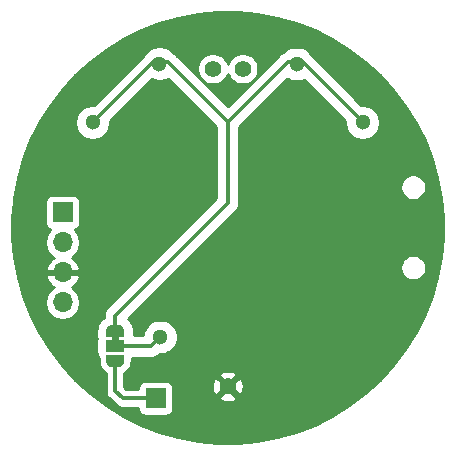
<source format=gbr>
G04 #@! TF.GenerationSoftware,KiCad,Pcbnew,(5.1.6)-1*
G04 #@! TF.CreationDate,2020-10-21T14:23:11+02:00*
G04 #@! TF.ProjectId,Stimmungslicht,5374696d-6d75-46e6-9773-6c696368742e,rev?*
G04 #@! TF.SameCoordinates,Original*
G04 #@! TF.FileFunction,Copper,L2,Bot*
G04 #@! TF.FilePolarity,Positive*
%FSLAX46Y46*%
G04 Gerber Fmt 4.6, Leading zero omitted, Abs format (unit mm)*
G04 Created by KiCad (PCBNEW (5.1.6)-1) date 2020-10-21 14:23:11*
%MOMM*%
%LPD*%
G01*
G04 APERTURE LIST*
G04 #@! TA.AperFunction,EtchedComponent*
%ADD10C,0.100000*%
G04 #@! TD*
G04 #@! TA.AperFunction,ComponentPad*
%ADD11C,1.300000*%
G04 #@! TD*
G04 #@! TA.AperFunction,ComponentPad*
%ADD12C,1.400000*%
G04 #@! TD*
G04 #@! TA.AperFunction,SMDPad,CuDef*
%ADD13C,0.100000*%
G04 #@! TD*
G04 #@! TA.AperFunction,SMDPad,CuDef*
%ADD14R,1.500000X1.000000*%
G04 #@! TD*
G04 #@! TA.AperFunction,ComponentPad*
%ADD15R,1.700000X1.700000*%
G04 #@! TD*
G04 #@! TA.AperFunction,ComponentPad*
%ADD16O,1.700000X1.700000*%
G04 #@! TD*
G04 #@! TA.AperFunction,ViaPad*
%ADD17C,1.300000*%
G04 #@! TD*
G04 #@! TA.AperFunction,Conductor*
%ADD18C,0.300000*%
G04 #@! TD*
G04 #@! TA.AperFunction,Conductor*
%ADD19C,0.254000*%
G04 #@! TD*
G04 APERTURE END LIST*
D10*
G36*
X134401280Y-125444680D02*
G01*
X134401280Y-125944680D01*
X135001280Y-125944680D01*
X135001280Y-125444680D01*
X134401280Y-125444680D01*
G37*
D11*
X150063200Y-102463600D03*
X132791200Y-107416600D03*
X155651200Y-107416600D03*
X138452860Y-102433120D03*
D12*
X144231360Y-129764920D03*
X145501360Y-102864920D03*
X142961360Y-102864920D03*
G04 #@! TA.AperFunction,SMDPad,CuDef*
D13*
G36*
X133951280Y-125594680D02*
G01*
X133951280Y-125044680D01*
X133951882Y-125044680D01*
X133951882Y-125020146D01*
X133956692Y-124971315D01*
X133966264Y-124923190D01*
X133980508Y-124876235D01*
X133999285Y-124830902D01*
X134022416Y-124787629D01*
X134049676Y-124746830D01*
X134080804Y-124708901D01*
X134115501Y-124674204D01*
X134153430Y-124643076D01*
X134194229Y-124615816D01*
X134237502Y-124592685D01*
X134282835Y-124573908D01*
X134329790Y-124559664D01*
X134377915Y-124550092D01*
X134426746Y-124545282D01*
X134451280Y-124545282D01*
X134451280Y-124544680D01*
X134951280Y-124544680D01*
X134951280Y-124545282D01*
X134975814Y-124545282D01*
X135024645Y-124550092D01*
X135072770Y-124559664D01*
X135119725Y-124573908D01*
X135165058Y-124592685D01*
X135208331Y-124615816D01*
X135249130Y-124643076D01*
X135287059Y-124674204D01*
X135321756Y-124708901D01*
X135352884Y-124746830D01*
X135380144Y-124787629D01*
X135403275Y-124830902D01*
X135422052Y-124876235D01*
X135436296Y-124923190D01*
X135445868Y-124971315D01*
X135450678Y-125020146D01*
X135450678Y-125044680D01*
X135451280Y-125044680D01*
X135451280Y-125594680D01*
X133951280Y-125594680D01*
G37*
G04 #@! TD.AperFunction*
D14*
X134701280Y-126344680D03*
G04 #@! TA.AperFunction,SMDPad,CuDef*
D13*
G36*
X135450678Y-127644680D02*
G01*
X135450678Y-127669214D01*
X135445868Y-127718045D01*
X135436296Y-127766170D01*
X135422052Y-127813125D01*
X135403275Y-127858458D01*
X135380144Y-127901731D01*
X135352884Y-127942530D01*
X135321756Y-127980459D01*
X135287059Y-128015156D01*
X135249130Y-128046284D01*
X135208331Y-128073544D01*
X135165058Y-128096675D01*
X135119725Y-128115452D01*
X135072770Y-128129696D01*
X135024645Y-128139268D01*
X134975814Y-128144078D01*
X134951280Y-128144078D01*
X134951280Y-128144680D01*
X134451280Y-128144680D01*
X134451280Y-128144078D01*
X134426746Y-128144078D01*
X134377915Y-128139268D01*
X134329790Y-128129696D01*
X134282835Y-128115452D01*
X134237502Y-128096675D01*
X134194229Y-128073544D01*
X134153430Y-128046284D01*
X134115501Y-128015156D01*
X134080804Y-127980459D01*
X134049676Y-127942530D01*
X134022416Y-127901731D01*
X133999285Y-127858458D01*
X133980508Y-127813125D01*
X133966264Y-127766170D01*
X133956692Y-127718045D01*
X133951882Y-127669214D01*
X133951882Y-127644680D01*
X133951280Y-127644680D01*
X133951280Y-127094680D01*
X135451280Y-127094680D01*
X135451280Y-127644680D01*
X135450678Y-127644680D01*
G37*
G04 #@! TD.AperFunction*
D15*
X138125200Y-130784600D03*
X130251200Y-115036600D03*
D16*
X130251200Y-117576600D03*
X130251200Y-120116600D03*
X130251200Y-122656600D03*
D17*
X138506200Y-125577600D03*
D18*
X137714200Y-126369600D02*
X138506200Y-125577600D01*
X134693660Y-126377700D02*
X137706100Y-126377700D01*
X137706100Y-126377700D02*
X137714200Y-126369600D01*
X138125200Y-130784600D02*
X135331200Y-130784600D01*
X134696200Y-130149600D02*
X134696200Y-127719601D01*
X135331200Y-130784600D02*
X134696200Y-130149600D01*
X150571200Y-102336600D02*
X149301200Y-102336600D01*
X155651200Y-107416600D02*
X155651200Y-107416600D01*
X137871200Y-102336600D02*
X139141200Y-102336600D01*
X132791200Y-107416600D02*
X132854700Y-107353100D01*
X149301200Y-102336600D02*
X144221200Y-107416600D01*
X139141200Y-102336600D02*
X144221200Y-107416600D01*
X155651200Y-107416600D02*
X150571200Y-102336600D01*
X149301200Y-102336600D02*
X149301200Y-102336600D01*
X139141200Y-102336600D02*
X139141200Y-102336600D01*
X132854700Y-107353100D02*
X137871200Y-102336600D01*
X134746201Y-125019599D02*
X134696200Y-125019599D01*
X134701280Y-123766580D02*
X134701280Y-124994679D01*
X144221200Y-107416600D02*
X144221200Y-114246660D01*
X144221200Y-114246660D02*
X134701280Y-123766580D01*
D19*
G36*
X146741390Y-98238269D02*
G01*
X148397619Y-98547872D01*
X150018217Y-99008972D01*
X151589357Y-99617634D01*
X153097634Y-100368667D01*
X154530180Y-101255662D01*
X155874774Y-102271052D01*
X157119944Y-103406174D01*
X158255066Y-104651344D01*
X159270456Y-105995938D01*
X160157451Y-107428484D01*
X160908484Y-108936761D01*
X161517146Y-110507901D01*
X161978246Y-112128499D01*
X162287849Y-113784728D01*
X162443314Y-115462459D01*
X162443314Y-117147377D01*
X162287849Y-118825108D01*
X161978246Y-120481337D01*
X161517146Y-122101935D01*
X160908484Y-123673075D01*
X160157451Y-125181352D01*
X159270456Y-126613898D01*
X158255066Y-127958492D01*
X157119944Y-129203662D01*
X155874774Y-130338784D01*
X154530180Y-131354174D01*
X153097634Y-132241169D01*
X151589357Y-132992202D01*
X150018217Y-133600864D01*
X148397619Y-134061964D01*
X146741390Y-134371567D01*
X145063659Y-134527032D01*
X143378741Y-134527032D01*
X141701010Y-134371567D01*
X140044781Y-134061964D01*
X138424183Y-133600864D01*
X136853043Y-132992202D01*
X135344766Y-132241169D01*
X133912220Y-131354174D01*
X132567626Y-130338784D01*
X131322456Y-129203662D01*
X130187334Y-127958492D01*
X129171944Y-126613898D01*
X128284949Y-125181352D01*
X127533916Y-123673075D01*
X127083471Y-122510340D01*
X128766200Y-122510340D01*
X128766200Y-122802860D01*
X128823268Y-123089758D01*
X128935210Y-123360011D01*
X129097725Y-123603232D01*
X129304568Y-123810075D01*
X129547789Y-123972590D01*
X129818042Y-124084532D01*
X130104940Y-124141600D01*
X130397460Y-124141600D01*
X130684358Y-124084532D01*
X130954611Y-123972590D01*
X131197832Y-123810075D01*
X131404675Y-123603232D01*
X131567190Y-123360011D01*
X131679132Y-123089758D01*
X131736200Y-122802860D01*
X131736200Y-122510340D01*
X131679132Y-122223442D01*
X131567190Y-121953189D01*
X131404675Y-121709968D01*
X131197832Y-121503125D01*
X131015666Y-121381405D01*
X131132555Y-121311778D01*
X131348788Y-121116869D01*
X131522841Y-120883520D01*
X131648025Y-120620699D01*
X131692676Y-120473490D01*
X131571355Y-120243600D01*
X130378200Y-120243600D01*
X130378200Y-120263600D01*
X130124200Y-120263600D01*
X130124200Y-120243600D01*
X128931045Y-120243600D01*
X128809724Y-120473490D01*
X128854375Y-120620699D01*
X128979559Y-120883520D01*
X129153612Y-121116869D01*
X129369845Y-121311778D01*
X129486734Y-121381405D01*
X129304568Y-121503125D01*
X129097725Y-121709968D01*
X128935210Y-121953189D01*
X128823268Y-122223442D01*
X128766200Y-122510340D01*
X127083471Y-122510340D01*
X126925254Y-122101935D01*
X126464154Y-120481337D01*
X126154551Y-118825108D01*
X125999086Y-117147377D01*
X125999086Y-115462459D01*
X126117311Y-114186600D01*
X128763128Y-114186600D01*
X128763128Y-115886600D01*
X128775388Y-116011082D01*
X128811698Y-116130780D01*
X128870663Y-116241094D01*
X128950015Y-116337785D01*
X129046706Y-116417137D01*
X129157020Y-116476102D01*
X129229580Y-116498113D01*
X129097725Y-116629968D01*
X128935210Y-116873189D01*
X128823268Y-117143442D01*
X128766200Y-117430340D01*
X128766200Y-117722860D01*
X128823268Y-118009758D01*
X128935210Y-118280011D01*
X129097725Y-118523232D01*
X129304568Y-118730075D01*
X129486734Y-118851795D01*
X129369845Y-118921422D01*
X129153612Y-119116331D01*
X128979559Y-119349680D01*
X128854375Y-119612501D01*
X128809724Y-119759710D01*
X128931045Y-119989600D01*
X130124200Y-119989600D01*
X130124200Y-119969600D01*
X130378200Y-119969600D01*
X130378200Y-119989600D01*
X131571355Y-119989600D01*
X131692676Y-119759710D01*
X131648025Y-119612501D01*
X131522841Y-119349680D01*
X131348788Y-119116331D01*
X131132555Y-118921422D01*
X131015666Y-118851795D01*
X131197832Y-118730075D01*
X131404675Y-118523232D01*
X131567190Y-118280011D01*
X131679132Y-118009758D01*
X131736200Y-117722860D01*
X131736200Y-117430340D01*
X131679132Y-117143442D01*
X131567190Y-116873189D01*
X131404675Y-116629968D01*
X131272820Y-116498113D01*
X131345380Y-116476102D01*
X131455694Y-116417137D01*
X131552385Y-116337785D01*
X131631737Y-116241094D01*
X131690702Y-116130780D01*
X131727012Y-116011082D01*
X131739272Y-115886600D01*
X131739272Y-114186600D01*
X131727012Y-114062118D01*
X131690702Y-113942420D01*
X131631737Y-113832106D01*
X131552385Y-113735415D01*
X131455694Y-113656063D01*
X131345380Y-113597098D01*
X131225682Y-113560788D01*
X131101200Y-113548528D01*
X129401200Y-113548528D01*
X129276718Y-113560788D01*
X129157020Y-113597098D01*
X129046706Y-113656063D01*
X128950015Y-113735415D01*
X128870663Y-113832106D01*
X128811698Y-113942420D01*
X128775388Y-114062118D01*
X128763128Y-114186600D01*
X126117311Y-114186600D01*
X126154551Y-113784728D01*
X126464154Y-112128499D01*
X126925254Y-110507901D01*
X127533916Y-108936761D01*
X128284949Y-107428484D01*
X128382379Y-107271128D01*
X131314200Y-107271128D01*
X131314200Y-107562072D01*
X131370960Y-107847425D01*
X131482299Y-108116222D01*
X131643939Y-108358133D01*
X131849667Y-108563861D01*
X132091578Y-108725501D01*
X132360375Y-108836840D01*
X132645728Y-108893600D01*
X132936672Y-108893600D01*
X133222025Y-108836840D01*
X133490822Y-108725501D01*
X133732733Y-108563861D01*
X133938461Y-108358133D01*
X134100101Y-108116222D01*
X134211440Y-107847425D01*
X134268200Y-107562072D01*
X134268200Y-107321286D01*
X137819867Y-103769620D01*
X138022035Y-103853360D01*
X138307388Y-103910120D01*
X138598332Y-103910120D01*
X138883685Y-103853360D01*
X139152482Y-103742021D01*
X139159947Y-103737033D01*
X143244200Y-107821287D01*
X143244201Y-113841972D01*
X134044378Y-123041796D01*
X134007094Y-123072394D01*
X133885004Y-123221162D01*
X133810788Y-123360011D01*
X133794283Y-123390890D01*
X133738417Y-123575055D01*
X133719553Y-123766580D01*
X133724280Y-123814574D01*
X133724280Y-123932560D01*
X133672403Y-123967223D01*
X133546477Y-124070569D01*
X133477169Y-124139877D01*
X133373823Y-124265803D01*
X133319367Y-124347302D01*
X133242573Y-124490975D01*
X133205064Y-124581531D01*
X133157776Y-124737418D01*
X133138654Y-124833551D01*
X133122687Y-124995671D01*
X133122687Y-125020231D01*
X133120279Y-125044680D01*
X133120279Y-125594680D01*
X133132590Y-125719680D01*
X133120279Y-125844680D01*
X133120279Y-126844680D01*
X133136246Y-127006800D01*
X133183535Y-127162690D01*
X133260328Y-127306359D01*
X133313208Y-127370793D01*
X133313208Y-127644680D01*
X133315616Y-127669130D01*
X133315616Y-127693689D01*
X133327876Y-127818170D01*
X133346998Y-127914303D01*
X133383307Y-128033999D01*
X133420816Y-128124555D01*
X133479782Y-128234872D01*
X133534238Y-128316371D01*
X133613590Y-128413062D01*
X133682898Y-128482370D01*
X133779589Y-128561722D01*
X133861088Y-128616178D01*
X133911201Y-128642964D01*
X133911200Y-130111047D01*
X133907403Y-130149600D01*
X133911200Y-130188153D01*
X133911200Y-130188160D01*
X133922559Y-130303486D01*
X133967446Y-130451459D01*
X134040338Y-130587832D01*
X134138436Y-130707364D01*
X134168390Y-130731947D01*
X134748853Y-131312410D01*
X134773436Y-131342364D01*
X134892967Y-131440462D01*
X135029340Y-131513354D01*
X135177313Y-131558242D01*
X135252226Y-131565620D01*
X135292639Y-131569600D01*
X135292644Y-131569600D01*
X135331200Y-131573397D01*
X135369756Y-131569600D01*
X136637128Y-131569600D01*
X136637128Y-131634600D01*
X136649388Y-131759082D01*
X136685698Y-131878780D01*
X136744663Y-131989094D01*
X136824015Y-132085785D01*
X136920706Y-132165137D01*
X137031020Y-132224102D01*
X137150718Y-132260412D01*
X137275200Y-132272672D01*
X138975200Y-132272672D01*
X139099682Y-132260412D01*
X139219380Y-132224102D01*
X139329694Y-132165137D01*
X139426385Y-132085785D01*
X139505737Y-131989094D01*
X139564702Y-131878780D01*
X139601012Y-131759082D01*
X139613272Y-131634600D01*
X139613272Y-130686189D01*
X143489696Y-130686189D01*
X143549157Y-130919957D01*
X143787602Y-131030854D01*
X144043100Y-131093103D01*
X144305833Y-131104310D01*
X144565704Y-131064045D01*
X144812726Y-130973855D01*
X144913563Y-130919957D01*
X144973024Y-130686189D01*
X144231360Y-129944525D01*
X143489696Y-130686189D01*
X139613272Y-130686189D01*
X139613272Y-129934600D01*
X139603896Y-129839393D01*
X142891970Y-129839393D01*
X142932235Y-130099264D01*
X143022425Y-130346286D01*
X143076323Y-130447123D01*
X143310091Y-130506584D01*
X144051755Y-129764920D01*
X144410965Y-129764920D01*
X145152629Y-130506584D01*
X145386397Y-130447123D01*
X145497294Y-130208678D01*
X145559543Y-129953180D01*
X145570750Y-129690447D01*
X145530485Y-129430576D01*
X145440295Y-129183554D01*
X145386397Y-129082717D01*
X145152629Y-129023256D01*
X144410965Y-129764920D01*
X144051755Y-129764920D01*
X143310091Y-129023256D01*
X143076323Y-129082717D01*
X142965426Y-129321162D01*
X142903177Y-129576660D01*
X142891970Y-129839393D01*
X139603896Y-129839393D01*
X139601012Y-129810118D01*
X139564702Y-129690420D01*
X139505737Y-129580106D01*
X139426385Y-129483415D01*
X139329694Y-129404063D01*
X139219380Y-129345098D01*
X139099682Y-129308788D01*
X138975200Y-129296528D01*
X137275200Y-129296528D01*
X137150718Y-129308788D01*
X137031020Y-129345098D01*
X136920706Y-129404063D01*
X136824015Y-129483415D01*
X136744663Y-129580106D01*
X136685698Y-129690420D01*
X136649388Y-129810118D01*
X136637128Y-129934600D01*
X136637128Y-129999600D01*
X135656357Y-129999600D01*
X135481200Y-129824443D01*
X135481200Y-128843651D01*
X143489696Y-128843651D01*
X144231360Y-129585315D01*
X144973024Y-128843651D01*
X144913563Y-128609883D01*
X144675118Y-128498986D01*
X144419620Y-128436737D01*
X144156887Y-128425530D01*
X143897016Y-128465795D01*
X143649994Y-128555985D01*
X143549157Y-128609883D01*
X143489696Y-128843651D01*
X135481200Y-128843651D01*
X135481200Y-128648394D01*
X135541472Y-128616178D01*
X135622971Y-128561722D01*
X135719662Y-128482370D01*
X135788970Y-128413062D01*
X135868322Y-128316371D01*
X135922778Y-128234872D01*
X135981744Y-128124555D01*
X136019253Y-128033999D01*
X136055562Y-127914303D01*
X136074684Y-127818170D01*
X136086944Y-127693689D01*
X136086944Y-127669130D01*
X136089352Y-127644680D01*
X136089352Y-127370793D01*
X136102559Y-127354700D01*
X137658107Y-127354700D01*
X137706100Y-127359427D01*
X137897625Y-127340563D01*
X137924327Y-127332463D01*
X138081791Y-127284697D01*
X138251518Y-127193976D01*
X138400286Y-127071886D01*
X138414472Y-127054600D01*
X138651672Y-127054600D01*
X138937025Y-126997840D01*
X139205822Y-126886501D01*
X139447733Y-126724861D01*
X139653461Y-126519133D01*
X139815101Y-126277222D01*
X139926440Y-126008425D01*
X139983200Y-125723072D01*
X139983200Y-125432128D01*
X139926440Y-125146775D01*
X139815101Y-124877978D01*
X139653461Y-124636067D01*
X139447733Y-124430339D01*
X139205822Y-124268699D01*
X138937025Y-124157360D01*
X138651672Y-124100600D01*
X138360728Y-124100600D01*
X138075375Y-124157360D01*
X137806578Y-124268699D01*
X137564667Y-124430339D01*
X137358939Y-124636067D01*
X137197299Y-124877978D01*
X137085960Y-125146775D01*
X137035451Y-125400700D01*
X136282281Y-125400700D01*
X136282281Y-125044680D01*
X136279873Y-125020231D01*
X136279873Y-124995671D01*
X136263906Y-124833551D01*
X136244784Y-124737418D01*
X136197496Y-124581531D01*
X136159987Y-124490975D01*
X136083193Y-124347302D01*
X136028737Y-124265803D01*
X135925391Y-124139877D01*
X135856083Y-124070569D01*
X135813733Y-124035813D01*
X140249809Y-119599737D01*
X158856200Y-119599737D01*
X158856200Y-119813463D01*
X158897896Y-120023083D01*
X158979685Y-120220540D01*
X159098425Y-120398247D01*
X159249553Y-120549375D01*
X159427260Y-120668115D01*
X159624717Y-120749904D01*
X159834337Y-120791600D01*
X160048063Y-120791600D01*
X160257683Y-120749904D01*
X160455140Y-120668115D01*
X160632847Y-120549375D01*
X160783975Y-120398247D01*
X160902715Y-120220540D01*
X160984504Y-120023083D01*
X161026200Y-119813463D01*
X161026200Y-119599737D01*
X160984504Y-119390117D01*
X160902715Y-119192660D01*
X160783975Y-119014953D01*
X160632847Y-118863825D01*
X160455140Y-118745085D01*
X160257683Y-118663296D01*
X160048063Y-118621600D01*
X159834337Y-118621600D01*
X159624717Y-118663296D01*
X159427260Y-118745085D01*
X159249553Y-118863825D01*
X159098425Y-119014953D01*
X158979685Y-119192660D01*
X158897896Y-119390117D01*
X158856200Y-119599737D01*
X140249809Y-119599737D01*
X144878108Y-114971439D01*
X144915386Y-114940846D01*
X145037476Y-114792078D01*
X145128197Y-114622351D01*
X145184063Y-114438185D01*
X145198200Y-114294653D01*
X145202927Y-114246660D01*
X145198200Y-114198667D01*
X145198200Y-112799737D01*
X158856200Y-112799737D01*
X158856200Y-113013463D01*
X158897896Y-113223083D01*
X158979685Y-113420540D01*
X159098425Y-113598247D01*
X159249553Y-113749375D01*
X159427260Y-113868115D01*
X159624717Y-113949904D01*
X159834337Y-113991600D01*
X160048063Y-113991600D01*
X160257683Y-113949904D01*
X160455140Y-113868115D01*
X160632847Y-113749375D01*
X160783975Y-113598247D01*
X160902715Y-113420540D01*
X160984504Y-113223083D01*
X161026200Y-113013463D01*
X161026200Y-112799737D01*
X160984504Y-112590117D01*
X160902715Y-112392660D01*
X160783975Y-112214953D01*
X160632847Y-112063825D01*
X160455140Y-111945085D01*
X160257683Y-111863296D01*
X160048063Y-111821600D01*
X159834337Y-111821600D01*
X159624717Y-111863296D01*
X159427260Y-111945085D01*
X159249553Y-112063825D01*
X159098425Y-112214953D01*
X158979685Y-112392660D01*
X158897896Y-112590117D01*
X158856200Y-112799737D01*
X145198200Y-112799737D01*
X145198200Y-107821286D01*
X149293686Y-103725801D01*
X149363578Y-103772501D01*
X149632375Y-103883840D01*
X149917728Y-103940600D01*
X150208672Y-103940600D01*
X150494025Y-103883840D01*
X150665660Y-103812747D01*
X154174200Y-107321287D01*
X154174200Y-107562072D01*
X154230960Y-107847425D01*
X154342299Y-108116222D01*
X154503939Y-108358133D01*
X154709667Y-108563861D01*
X154951578Y-108725501D01*
X155220375Y-108836840D01*
X155505728Y-108893600D01*
X155796672Y-108893600D01*
X156082025Y-108836840D01*
X156350822Y-108725501D01*
X156592733Y-108563861D01*
X156798461Y-108358133D01*
X156960101Y-108116222D01*
X157071440Y-107847425D01*
X157128200Y-107562072D01*
X157128200Y-107271128D01*
X157071440Y-106985775D01*
X156960101Y-106716978D01*
X156798461Y-106475067D01*
X156592733Y-106269339D01*
X156350822Y-106107699D01*
X156082025Y-105996360D01*
X155796672Y-105939600D01*
X155555887Y-105939600D01*
X151355663Y-101739377D01*
X151210461Y-101522067D01*
X151004733Y-101316339D01*
X150762822Y-101154699D01*
X150494025Y-101043360D01*
X150208672Y-100986600D01*
X149917728Y-100986600D01*
X149632375Y-101043360D01*
X149363578Y-101154699D01*
X149121667Y-101316339D01*
X149044498Y-101393508D01*
X148925509Y-101429603D01*
X148755782Y-101520324D01*
X148607014Y-101642414D01*
X148576421Y-101679693D01*
X144221200Y-106034913D01*
X140919721Y-102733434D01*
X141626360Y-102733434D01*
X141626360Y-102996406D01*
X141677664Y-103254325D01*
X141778299Y-103497279D01*
X141924398Y-103715933D01*
X142110347Y-103901882D01*
X142329001Y-104047981D01*
X142571955Y-104148616D01*
X142829874Y-104199920D01*
X143092846Y-104199920D01*
X143350765Y-104148616D01*
X143593719Y-104047981D01*
X143812373Y-103901882D01*
X143998322Y-103715933D01*
X144144421Y-103497279D01*
X144231360Y-103287390D01*
X144318299Y-103497279D01*
X144464398Y-103715933D01*
X144650347Y-103901882D01*
X144869001Y-104047981D01*
X145111955Y-104148616D01*
X145369874Y-104199920D01*
X145632846Y-104199920D01*
X145890765Y-104148616D01*
X146133719Y-104047981D01*
X146352373Y-103901882D01*
X146538322Y-103715933D01*
X146684421Y-103497279D01*
X146785056Y-103254325D01*
X146836360Y-102996406D01*
X146836360Y-102733434D01*
X146785056Y-102475515D01*
X146684421Y-102232561D01*
X146538322Y-102013907D01*
X146352373Y-101827958D01*
X146133719Y-101681859D01*
X145890765Y-101581224D01*
X145632846Y-101529920D01*
X145369874Y-101529920D01*
X145111955Y-101581224D01*
X144869001Y-101681859D01*
X144650347Y-101827958D01*
X144464398Y-102013907D01*
X144318299Y-102232561D01*
X144231360Y-102442450D01*
X144144421Y-102232561D01*
X143998322Y-102013907D01*
X143812373Y-101827958D01*
X143593719Y-101681859D01*
X143350765Y-101581224D01*
X143092846Y-101529920D01*
X142829874Y-101529920D01*
X142571955Y-101581224D01*
X142329001Y-101681859D01*
X142110347Y-101827958D01*
X141924398Y-102013907D01*
X141778299Y-102232561D01*
X141677664Y-102475515D01*
X141626360Y-102733434D01*
X140919721Y-102733434D01*
X139865984Y-101679698D01*
X139835386Y-101642414D01*
X139686618Y-101520324D01*
X139562533Y-101453999D01*
X139394393Y-101285859D01*
X139152482Y-101124219D01*
X138883685Y-101012880D01*
X138598332Y-100956120D01*
X138307388Y-100956120D01*
X138022035Y-101012880D01*
X137753238Y-101124219D01*
X137511327Y-101285859D01*
X137305599Y-101491587D01*
X137238579Y-101591889D01*
X137177014Y-101642414D01*
X137146421Y-101679693D01*
X132886514Y-105939600D01*
X132645728Y-105939600D01*
X132360375Y-105996360D01*
X132091578Y-106107699D01*
X131849667Y-106269339D01*
X131643939Y-106475067D01*
X131482299Y-106716978D01*
X131370960Y-106985775D01*
X131314200Y-107271128D01*
X128382379Y-107271128D01*
X129171944Y-105995938D01*
X130187334Y-104651344D01*
X131322456Y-103406174D01*
X132567626Y-102271052D01*
X133912220Y-101255662D01*
X135344766Y-100368667D01*
X136853043Y-99617634D01*
X138424183Y-99008972D01*
X140044781Y-98547872D01*
X141701010Y-98238269D01*
X143378741Y-98082804D01*
X145063659Y-98082804D01*
X146741390Y-98238269D01*
G37*
X146741390Y-98238269D02*
X148397619Y-98547872D01*
X150018217Y-99008972D01*
X151589357Y-99617634D01*
X153097634Y-100368667D01*
X154530180Y-101255662D01*
X155874774Y-102271052D01*
X157119944Y-103406174D01*
X158255066Y-104651344D01*
X159270456Y-105995938D01*
X160157451Y-107428484D01*
X160908484Y-108936761D01*
X161517146Y-110507901D01*
X161978246Y-112128499D01*
X162287849Y-113784728D01*
X162443314Y-115462459D01*
X162443314Y-117147377D01*
X162287849Y-118825108D01*
X161978246Y-120481337D01*
X161517146Y-122101935D01*
X160908484Y-123673075D01*
X160157451Y-125181352D01*
X159270456Y-126613898D01*
X158255066Y-127958492D01*
X157119944Y-129203662D01*
X155874774Y-130338784D01*
X154530180Y-131354174D01*
X153097634Y-132241169D01*
X151589357Y-132992202D01*
X150018217Y-133600864D01*
X148397619Y-134061964D01*
X146741390Y-134371567D01*
X145063659Y-134527032D01*
X143378741Y-134527032D01*
X141701010Y-134371567D01*
X140044781Y-134061964D01*
X138424183Y-133600864D01*
X136853043Y-132992202D01*
X135344766Y-132241169D01*
X133912220Y-131354174D01*
X132567626Y-130338784D01*
X131322456Y-129203662D01*
X130187334Y-127958492D01*
X129171944Y-126613898D01*
X128284949Y-125181352D01*
X127533916Y-123673075D01*
X127083471Y-122510340D01*
X128766200Y-122510340D01*
X128766200Y-122802860D01*
X128823268Y-123089758D01*
X128935210Y-123360011D01*
X129097725Y-123603232D01*
X129304568Y-123810075D01*
X129547789Y-123972590D01*
X129818042Y-124084532D01*
X130104940Y-124141600D01*
X130397460Y-124141600D01*
X130684358Y-124084532D01*
X130954611Y-123972590D01*
X131197832Y-123810075D01*
X131404675Y-123603232D01*
X131567190Y-123360011D01*
X131679132Y-123089758D01*
X131736200Y-122802860D01*
X131736200Y-122510340D01*
X131679132Y-122223442D01*
X131567190Y-121953189D01*
X131404675Y-121709968D01*
X131197832Y-121503125D01*
X131015666Y-121381405D01*
X131132555Y-121311778D01*
X131348788Y-121116869D01*
X131522841Y-120883520D01*
X131648025Y-120620699D01*
X131692676Y-120473490D01*
X131571355Y-120243600D01*
X130378200Y-120243600D01*
X130378200Y-120263600D01*
X130124200Y-120263600D01*
X130124200Y-120243600D01*
X128931045Y-120243600D01*
X128809724Y-120473490D01*
X128854375Y-120620699D01*
X128979559Y-120883520D01*
X129153612Y-121116869D01*
X129369845Y-121311778D01*
X129486734Y-121381405D01*
X129304568Y-121503125D01*
X129097725Y-121709968D01*
X128935210Y-121953189D01*
X128823268Y-122223442D01*
X128766200Y-122510340D01*
X127083471Y-122510340D01*
X126925254Y-122101935D01*
X126464154Y-120481337D01*
X126154551Y-118825108D01*
X125999086Y-117147377D01*
X125999086Y-115462459D01*
X126117311Y-114186600D01*
X128763128Y-114186600D01*
X128763128Y-115886600D01*
X128775388Y-116011082D01*
X128811698Y-116130780D01*
X128870663Y-116241094D01*
X128950015Y-116337785D01*
X129046706Y-116417137D01*
X129157020Y-116476102D01*
X129229580Y-116498113D01*
X129097725Y-116629968D01*
X128935210Y-116873189D01*
X128823268Y-117143442D01*
X128766200Y-117430340D01*
X128766200Y-117722860D01*
X128823268Y-118009758D01*
X128935210Y-118280011D01*
X129097725Y-118523232D01*
X129304568Y-118730075D01*
X129486734Y-118851795D01*
X129369845Y-118921422D01*
X129153612Y-119116331D01*
X128979559Y-119349680D01*
X128854375Y-119612501D01*
X128809724Y-119759710D01*
X128931045Y-119989600D01*
X130124200Y-119989600D01*
X130124200Y-119969600D01*
X130378200Y-119969600D01*
X130378200Y-119989600D01*
X131571355Y-119989600D01*
X131692676Y-119759710D01*
X131648025Y-119612501D01*
X131522841Y-119349680D01*
X131348788Y-119116331D01*
X131132555Y-118921422D01*
X131015666Y-118851795D01*
X131197832Y-118730075D01*
X131404675Y-118523232D01*
X131567190Y-118280011D01*
X131679132Y-118009758D01*
X131736200Y-117722860D01*
X131736200Y-117430340D01*
X131679132Y-117143442D01*
X131567190Y-116873189D01*
X131404675Y-116629968D01*
X131272820Y-116498113D01*
X131345380Y-116476102D01*
X131455694Y-116417137D01*
X131552385Y-116337785D01*
X131631737Y-116241094D01*
X131690702Y-116130780D01*
X131727012Y-116011082D01*
X131739272Y-115886600D01*
X131739272Y-114186600D01*
X131727012Y-114062118D01*
X131690702Y-113942420D01*
X131631737Y-113832106D01*
X131552385Y-113735415D01*
X131455694Y-113656063D01*
X131345380Y-113597098D01*
X131225682Y-113560788D01*
X131101200Y-113548528D01*
X129401200Y-113548528D01*
X129276718Y-113560788D01*
X129157020Y-113597098D01*
X129046706Y-113656063D01*
X128950015Y-113735415D01*
X128870663Y-113832106D01*
X128811698Y-113942420D01*
X128775388Y-114062118D01*
X128763128Y-114186600D01*
X126117311Y-114186600D01*
X126154551Y-113784728D01*
X126464154Y-112128499D01*
X126925254Y-110507901D01*
X127533916Y-108936761D01*
X128284949Y-107428484D01*
X128382379Y-107271128D01*
X131314200Y-107271128D01*
X131314200Y-107562072D01*
X131370960Y-107847425D01*
X131482299Y-108116222D01*
X131643939Y-108358133D01*
X131849667Y-108563861D01*
X132091578Y-108725501D01*
X132360375Y-108836840D01*
X132645728Y-108893600D01*
X132936672Y-108893600D01*
X133222025Y-108836840D01*
X133490822Y-108725501D01*
X133732733Y-108563861D01*
X133938461Y-108358133D01*
X134100101Y-108116222D01*
X134211440Y-107847425D01*
X134268200Y-107562072D01*
X134268200Y-107321286D01*
X137819867Y-103769620D01*
X138022035Y-103853360D01*
X138307388Y-103910120D01*
X138598332Y-103910120D01*
X138883685Y-103853360D01*
X139152482Y-103742021D01*
X139159947Y-103737033D01*
X143244200Y-107821287D01*
X143244201Y-113841972D01*
X134044378Y-123041796D01*
X134007094Y-123072394D01*
X133885004Y-123221162D01*
X133810788Y-123360011D01*
X133794283Y-123390890D01*
X133738417Y-123575055D01*
X133719553Y-123766580D01*
X133724280Y-123814574D01*
X133724280Y-123932560D01*
X133672403Y-123967223D01*
X133546477Y-124070569D01*
X133477169Y-124139877D01*
X133373823Y-124265803D01*
X133319367Y-124347302D01*
X133242573Y-124490975D01*
X133205064Y-124581531D01*
X133157776Y-124737418D01*
X133138654Y-124833551D01*
X133122687Y-124995671D01*
X133122687Y-125020231D01*
X133120279Y-125044680D01*
X133120279Y-125594680D01*
X133132590Y-125719680D01*
X133120279Y-125844680D01*
X133120279Y-126844680D01*
X133136246Y-127006800D01*
X133183535Y-127162690D01*
X133260328Y-127306359D01*
X133313208Y-127370793D01*
X133313208Y-127644680D01*
X133315616Y-127669130D01*
X133315616Y-127693689D01*
X133327876Y-127818170D01*
X133346998Y-127914303D01*
X133383307Y-128033999D01*
X133420816Y-128124555D01*
X133479782Y-128234872D01*
X133534238Y-128316371D01*
X133613590Y-128413062D01*
X133682898Y-128482370D01*
X133779589Y-128561722D01*
X133861088Y-128616178D01*
X133911201Y-128642964D01*
X133911200Y-130111047D01*
X133907403Y-130149600D01*
X133911200Y-130188153D01*
X133911200Y-130188160D01*
X133922559Y-130303486D01*
X133967446Y-130451459D01*
X134040338Y-130587832D01*
X134138436Y-130707364D01*
X134168390Y-130731947D01*
X134748853Y-131312410D01*
X134773436Y-131342364D01*
X134892967Y-131440462D01*
X135029340Y-131513354D01*
X135177313Y-131558242D01*
X135252226Y-131565620D01*
X135292639Y-131569600D01*
X135292644Y-131569600D01*
X135331200Y-131573397D01*
X135369756Y-131569600D01*
X136637128Y-131569600D01*
X136637128Y-131634600D01*
X136649388Y-131759082D01*
X136685698Y-131878780D01*
X136744663Y-131989094D01*
X136824015Y-132085785D01*
X136920706Y-132165137D01*
X137031020Y-132224102D01*
X137150718Y-132260412D01*
X137275200Y-132272672D01*
X138975200Y-132272672D01*
X139099682Y-132260412D01*
X139219380Y-132224102D01*
X139329694Y-132165137D01*
X139426385Y-132085785D01*
X139505737Y-131989094D01*
X139564702Y-131878780D01*
X139601012Y-131759082D01*
X139613272Y-131634600D01*
X139613272Y-130686189D01*
X143489696Y-130686189D01*
X143549157Y-130919957D01*
X143787602Y-131030854D01*
X144043100Y-131093103D01*
X144305833Y-131104310D01*
X144565704Y-131064045D01*
X144812726Y-130973855D01*
X144913563Y-130919957D01*
X144973024Y-130686189D01*
X144231360Y-129944525D01*
X143489696Y-130686189D01*
X139613272Y-130686189D01*
X139613272Y-129934600D01*
X139603896Y-129839393D01*
X142891970Y-129839393D01*
X142932235Y-130099264D01*
X143022425Y-130346286D01*
X143076323Y-130447123D01*
X143310091Y-130506584D01*
X144051755Y-129764920D01*
X144410965Y-129764920D01*
X145152629Y-130506584D01*
X145386397Y-130447123D01*
X145497294Y-130208678D01*
X145559543Y-129953180D01*
X145570750Y-129690447D01*
X145530485Y-129430576D01*
X145440295Y-129183554D01*
X145386397Y-129082717D01*
X145152629Y-129023256D01*
X144410965Y-129764920D01*
X144051755Y-129764920D01*
X143310091Y-129023256D01*
X143076323Y-129082717D01*
X142965426Y-129321162D01*
X142903177Y-129576660D01*
X142891970Y-129839393D01*
X139603896Y-129839393D01*
X139601012Y-129810118D01*
X139564702Y-129690420D01*
X139505737Y-129580106D01*
X139426385Y-129483415D01*
X139329694Y-129404063D01*
X139219380Y-129345098D01*
X139099682Y-129308788D01*
X138975200Y-129296528D01*
X137275200Y-129296528D01*
X137150718Y-129308788D01*
X137031020Y-129345098D01*
X136920706Y-129404063D01*
X136824015Y-129483415D01*
X136744663Y-129580106D01*
X136685698Y-129690420D01*
X136649388Y-129810118D01*
X136637128Y-129934600D01*
X136637128Y-129999600D01*
X135656357Y-129999600D01*
X135481200Y-129824443D01*
X135481200Y-128843651D01*
X143489696Y-128843651D01*
X144231360Y-129585315D01*
X144973024Y-128843651D01*
X144913563Y-128609883D01*
X144675118Y-128498986D01*
X144419620Y-128436737D01*
X144156887Y-128425530D01*
X143897016Y-128465795D01*
X143649994Y-128555985D01*
X143549157Y-128609883D01*
X143489696Y-128843651D01*
X135481200Y-128843651D01*
X135481200Y-128648394D01*
X135541472Y-128616178D01*
X135622971Y-128561722D01*
X135719662Y-128482370D01*
X135788970Y-128413062D01*
X135868322Y-128316371D01*
X135922778Y-128234872D01*
X135981744Y-128124555D01*
X136019253Y-128033999D01*
X136055562Y-127914303D01*
X136074684Y-127818170D01*
X136086944Y-127693689D01*
X136086944Y-127669130D01*
X136089352Y-127644680D01*
X136089352Y-127370793D01*
X136102559Y-127354700D01*
X137658107Y-127354700D01*
X137706100Y-127359427D01*
X137897625Y-127340563D01*
X137924327Y-127332463D01*
X138081791Y-127284697D01*
X138251518Y-127193976D01*
X138400286Y-127071886D01*
X138414472Y-127054600D01*
X138651672Y-127054600D01*
X138937025Y-126997840D01*
X139205822Y-126886501D01*
X139447733Y-126724861D01*
X139653461Y-126519133D01*
X139815101Y-126277222D01*
X139926440Y-126008425D01*
X139983200Y-125723072D01*
X139983200Y-125432128D01*
X139926440Y-125146775D01*
X139815101Y-124877978D01*
X139653461Y-124636067D01*
X139447733Y-124430339D01*
X139205822Y-124268699D01*
X138937025Y-124157360D01*
X138651672Y-124100600D01*
X138360728Y-124100600D01*
X138075375Y-124157360D01*
X137806578Y-124268699D01*
X137564667Y-124430339D01*
X137358939Y-124636067D01*
X137197299Y-124877978D01*
X137085960Y-125146775D01*
X137035451Y-125400700D01*
X136282281Y-125400700D01*
X136282281Y-125044680D01*
X136279873Y-125020231D01*
X136279873Y-124995671D01*
X136263906Y-124833551D01*
X136244784Y-124737418D01*
X136197496Y-124581531D01*
X136159987Y-124490975D01*
X136083193Y-124347302D01*
X136028737Y-124265803D01*
X135925391Y-124139877D01*
X135856083Y-124070569D01*
X135813733Y-124035813D01*
X140249809Y-119599737D01*
X158856200Y-119599737D01*
X158856200Y-119813463D01*
X158897896Y-120023083D01*
X158979685Y-120220540D01*
X159098425Y-120398247D01*
X159249553Y-120549375D01*
X159427260Y-120668115D01*
X159624717Y-120749904D01*
X159834337Y-120791600D01*
X160048063Y-120791600D01*
X160257683Y-120749904D01*
X160455140Y-120668115D01*
X160632847Y-120549375D01*
X160783975Y-120398247D01*
X160902715Y-120220540D01*
X160984504Y-120023083D01*
X161026200Y-119813463D01*
X161026200Y-119599737D01*
X160984504Y-119390117D01*
X160902715Y-119192660D01*
X160783975Y-119014953D01*
X160632847Y-118863825D01*
X160455140Y-118745085D01*
X160257683Y-118663296D01*
X160048063Y-118621600D01*
X159834337Y-118621600D01*
X159624717Y-118663296D01*
X159427260Y-118745085D01*
X159249553Y-118863825D01*
X159098425Y-119014953D01*
X158979685Y-119192660D01*
X158897896Y-119390117D01*
X158856200Y-119599737D01*
X140249809Y-119599737D01*
X144878108Y-114971439D01*
X144915386Y-114940846D01*
X145037476Y-114792078D01*
X145128197Y-114622351D01*
X145184063Y-114438185D01*
X145198200Y-114294653D01*
X145202927Y-114246660D01*
X145198200Y-114198667D01*
X145198200Y-112799737D01*
X158856200Y-112799737D01*
X158856200Y-113013463D01*
X158897896Y-113223083D01*
X158979685Y-113420540D01*
X159098425Y-113598247D01*
X159249553Y-113749375D01*
X159427260Y-113868115D01*
X159624717Y-113949904D01*
X159834337Y-113991600D01*
X160048063Y-113991600D01*
X160257683Y-113949904D01*
X160455140Y-113868115D01*
X160632847Y-113749375D01*
X160783975Y-113598247D01*
X160902715Y-113420540D01*
X160984504Y-113223083D01*
X161026200Y-113013463D01*
X161026200Y-112799737D01*
X160984504Y-112590117D01*
X160902715Y-112392660D01*
X160783975Y-112214953D01*
X160632847Y-112063825D01*
X160455140Y-111945085D01*
X160257683Y-111863296D01*
X160048063Y-111821600D01*
X159834337Y-111821600D01*
X159624717Y-111863296D01*
X159427260Y-111945085D01*
X159249553Y-112063825D01*
X159098425Y-112214953D01*
X158979685Y-112392660D01*
X158897896Y-112590117D01*
X158856200Y-112799737D01*
X145198200Y-112799737D01*
X145198200Y-107821286D01*
X149293686Y-103725801D01*
X149363578Y-103772501D01*
X149632375Y-103883840D01*
X149917728Y-103940600D01*
X150208672Y-103940600D01*
X150494025Y-103883840D01*
X150665660Y-103812747D01*
X154174200Y-107321287D01*
X154174200Y-107562072D01*
X154230960Y-107847425D01*
X154342299Y-108116222D01*
X154503939Y-108358133D01*
X154709667Y-108563861D01*
X154951578Y-108725501D01*
X155220375Y-108836840D01*
X155505728Y-108893600D01*
X155796672Y-108893600D01*
X156082025Y-108836840D01*
X156350822Y-108725501D01*
X156592733Y-108563861D01*
X156798461Y-108358133D01*
X156960101Y-108116222D01*
X157071440Y-107847425D01*
X157128200Y-107562072D01*
X157128200Y-107271128D01*
X157071440Y-106985775D01*
X156960101Y-106716978D01*
X156798461Y-106475067D01*
X156592733Y-106269339D01*
X156350822Y-106107699D01*
X156082025Y-105996360D01*
X155796672Y-105939600D01*
X155555887Y-105939600D01*
X151355663Y-101739377D01*
X151210461Y-101522067D01*
X151004733Y-101316339D01*
X150762822Y-101154699D01*
X150494025Y-101043360D01*
X150208672Y-100986600D01*
X149917728Y-100986600D01*
X149632375Y-101043360D01*
X149363578Y-101154699D01*
X149121667Y-101316339D01*
X149044498Y-101393508D01*
X148925509Y-101429603D01*
X148755782Y-101520324D01*
X148607014Y-101642414D01*
X148576421Y-101679693D01*
X144221200Y-106034913D01*
X140919721Y-102733434D01*
X141626360Y-102733434D01*
X141626360Y-102996406D01*
X141677664Y-103254325D01*
X141778299Y-103497279D01*
X141924398Y-103715933D01*
X142110347Y-103901882D01*
X142329001Y-104047981D01*
X142571955Y-104148616D01*
X142829874Y-104199920D01*
X143092846Y-104199920D01*
X143350765Y-104148616D01*
X143593719Y-104047981D01*
X143812373Y-103901882D01*
X143998322Y-103715933D01*
X144144421Y-103497279D01*
X144231360Y-103287390D01*
X144318299Y-103497279D01*
X144464398Y-103715933D01*
X144650347Y-103901882D01*
X144869001Y-104047981D01*
X145111955Y-104148616D01*
X145369874Y-104199920D01*
X145632846Y-104199920D01*
X145890765Y-104148616D01*
X146133719Y-104047981D01*
X146352373Y-103901882D01*
X146538322Y-103715933D01*
X146684421Y-103497279D01*
X146785056Y-103254325D01*
X146836360Y-102996406D01*
X146836360Y-102733434D01*
X146785056Y-102475515D01*
X146684421Y-102232561D01*
X146538322Y-102013907D01*
X146352373Y-101827958D01*
X146133719Y-101681859D01*
X145890765Y-101581224D01*
X145632846Y-101529920D01*
X145369874Y-101529920D01*
X145111955Y-101581224D01*
X144869001Y-101681859D01*
X144650347Y-101827958D01*
X144464398Y-102013907D01*
X144318299Y-102232561D01*
X144231360Y-102442450D01*
X144144421Y-102232561D01*
X143998322Y-102013907D01*
X143812373Y-101827958D01*
X143593719Y-101681859D01*
X143350765Y-101581224D01*
X143092846Y-101529920D01*
X142829874Y-101529920D01*
X142571955Y-101581224D01*
X142329001Y-101681859D01*
X142110347Y-101827958D01*
X141924398Y-102013907D01*
X141778299Y-102232561D01*
X141677664Y-102475515D01*
X141626360Y-102733434D01*
X140919721Y-102733434D01*
X139865984Y-101679698D01*
X139835386Y-101642414D01*
X139686618Y-101520324D01*
X139562533Y-101453999D01*
X139394393Y-101285859D01*
X139152482Y-101124219D01*
X138883685Y-101012880D01*
X138598332Y-100956120D01*
X138307388Y-100956120D01*
X138022035Y-101012880D01*
X137753238Y-101124219D01*
X137511327Y-101285859D01*
X137305599Y-101491587D01*
X137238579Y-101591889D01*
X137177014Y-101642414D01*
X137146421Y-101679693D01*
X132886514Y-105939600D01*
X132645728Y-105939600D01*
X132360375Y-105996360D01*
X132091578Y-106107699D01*
X131849667Y-106269339D01*
X131643939Y-106475067D01*
X131482299Y-106716978D01*
X131370960Y-106985775D01*
X131314200Y-107271128D01*
X128382379Y-107271128D01*
X129171944Y-105995938D01*
X130187334Y-104651344D01*
X131322456Y-103406174D01*
X132567626Y-102271052D01*
X133912220Y-101255662D01*
X135344766Y-100368667D01*
X136853043Y-99617634D01*
X138424183Y-99008972D01*
X140044781Y-98547872D01*
X141701010Y-98238269D01*
X143378741Y-98082804D01*
X145063659Y-98082804D01*
X146741390Y-98238269D01*
M02*

</source>
